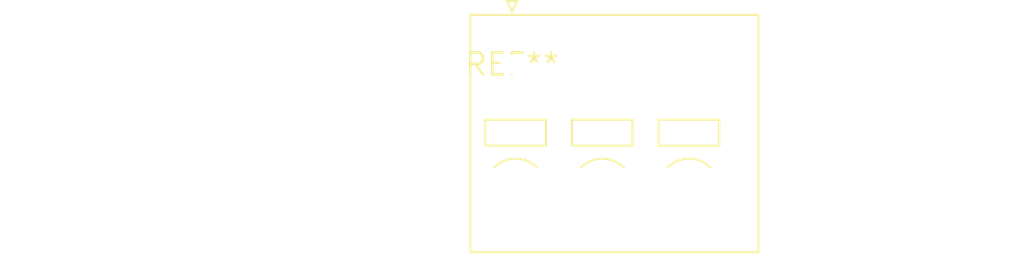
<source format=kicad_pcb>
(kicad_pcb (version 20240108) (generator pcbnew)
  (layers (0 "F.Cu" signal) (31 "B.Cu" signal) (34 "B.Paste" user) (35 "F.Paste" user) (36 "B.SilkS" user "B.Silkscreen") (37 "F.SilkS" user "F.Silkscreen") (38 "B.Mask" user) (39 "F.Mask" user) (44 "Edge.Cuts" user))
  (net 0 "")
  (footprint "PhoenixContact_SPT_2.5_3-V-5.0-EX_1x03_P5.0mm_Vertical" (layer "F.Cu") (at 0 0)
    (property "Reference" "REF**")
    (property "Value" "PhoenixContact_SPT_2.5_3-V-5.0-EX_1x03_P5.0mm_Vertical")
    (fp_line (start -2.41 -2.86) (end 14.21 -2.86) (layer "F.SilkS") (stroke (width 0.12)))
    (fp_line (start -2.41 10.86) (end -2.41 -2.86) (layer "F.SilkS") (stroke (width 0.12)))
    (fp_line (start -1.55 3.2) (end -1.55 4.7) (layer "F.SilkS") (stroke (width 0.12)))
    (fp_line (start -1.55 4.7) (end 1.95 4.7) (layer "F.SilkS") (stroke (width 0.12)))
    (fp_line (start -0.3 -3.66) (end 0 -3.06) (layer "F.SilkS") (stroke (width 0.12)))
    (fp_line (start -0.3 -3.66) (end 0.3 -3.66) (layer "F.SilkS") (stroke (width 0.12)))
    (fp_line (start 0.3 -3.66) (end 0 -3.06) (layer "F.SilkS") (stroke (width 0.12)))
    (fp_line (start 1.95 3.2) (end -1.55 3.2) (layer "F.SilkS") (stroke (width 0.12)))
    (fp_line (start 1.95 4.7) (end 1.95 3.2) (layer "F.SilkS") (stroke (width 0.12)))
    (fp_line (start 3.45 3.2) (end 3.45 4.7) (layer "F.SilkS") (stroke (width 0.12)))
    (fp_line (start 3.45 4.7) (end 6.95 4.7) (layer "F.SilkS") (stroke (width 0.12)))
    (fp_line (start 6.95 3.2) (end 3.45 3.2) (layer "F.SilkS") (stroke (width 0.12)))
    (fp_line (start 6.95 4.7) (end 6.95 3.2) (layer "F.SilkS") (stroke (width 0.12)))
    (fp_line (start 8.45 3.2) (end 8.45 4.7) (layer "F.SilkS") (stroke (width 0.12)))
    (fp_line (start 8.45 4.7) (end 11.95 4.7) (layer "F.SilkS") (stroke (width 0.12)))
    (fp_line (start 11.95 3.2) (end 8.45 3.2) (layer "F.SilkS") (stroke (width 0.12)))
    (fp_line (start 11.95 4.7) (end 11.95 3.2) (layer "F.SilkS") (stroke (width 0.12)))
    (fp_line (start 14.21 -2.86) (end 14.21 10.86) (layer "F.SilkS") (stroke (width 0.12)))
    (fp_line (start 14.21 10.86) (end -2.41 10.86) (layer "F.SilkS") (stroke (width 0.12)))
    (fp_arc (start -1.037437 5.962563) (mid 0.2 5.45) (end 1.437437 5.962563) (layer "F.SilkS") (stroke (width 0.12)))
    (fp_arc (start 3.962563 5.962563) (mid 5.2 5.45) (end 6.437437 5.962563) (layer "F.SilkS") (stroke (width 0.12)))
    (fp_arc (start 8.962563 5.962563) (mid 10.2 5.45) (end 11.437437 5.962563) (layer "F.SilkS") (stroke (width 0.12)))
    (pad "1" thru_hole roundrect (at 0 0) (size 1.8 3.3) (drill 1.1) (layers *.Cu *.Mask) (remove_unused_layers) (roundrect_rratio 0.138889))
    (pad "1" thru_hole roundrect (at 0 8.2) (size 1.8 3.3) (drill 1.1) (layers *.Cu *.Mask) (remove_unused_layers) (roundrect_rratio 0.138889))
    (pad "2" thru_hole oval (at 5 0) (size 1.8 3.3) (drill 1.1) (layers *.Cu *.Mask) (remove_unused_layers))
    (pad "2" thru_hole oval (at 5 8.2) (size 1.8 3.3) (drill 1.1) (layers *.Cu *.Mask) (remove_unused_layers))
    (pad "3" thru_hole oval (at 10 0) (size 1.8 3.3) (drill 1.1) (layers *.Cu *.Mask) (remove_unused_layers))
    (pad "3" thru_hole oval (at 10 8.2) (size 1.8 3.3) (drill 1.1) (layers *.Cu *.Mask) (remove_unused_layers))
  )
)
</source>
